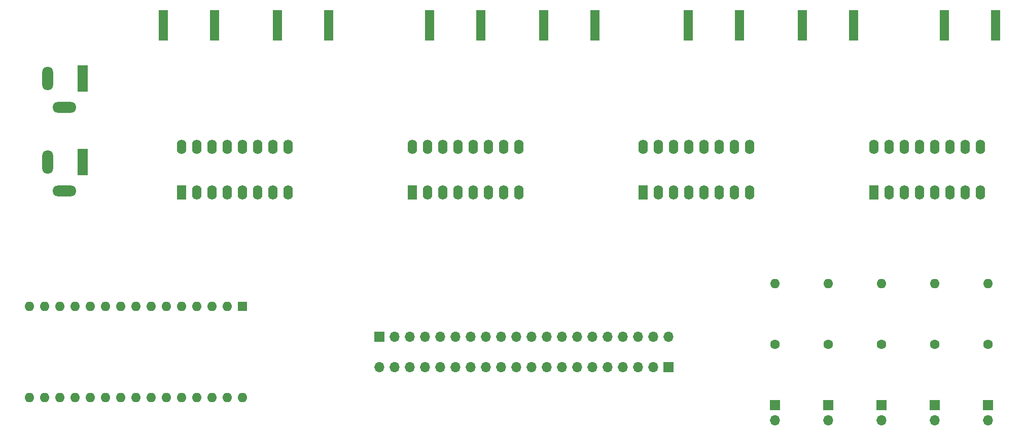
<source format=gbr>
%TF.GenerationSoftware,KiCad,Pcbnew,(5.1.9)-1*%
%TF.CreationDate,2021-03-04T15:37:01+01:00*%
%TF.ProjectId,Motherboard,4d6f7468-6572-4626-9f61-72642e6b6963,rev?*%
%TF.SameCoordinates,Original*%
%TF.FileFunction,Soldermask,Top*%
%TF.FilePolarity,Negative*%
%FSLAX46Y46*%
G04 Gerber Fmt 4.6, Leading zero omitted, Abs format (unit mm)*
G04 Created by KiCad (PCBNEW (5.1.9)-1) date 2021-03-04 15:37:01*
%MOMM*%
%LPD*%
G01*
G04 APERTURE LIST*
%ADD10O,1.700000X1.700000*%
%ADD11R,1.700000X1.700000*%
%ADD12R,1.500000X5.080000*%
%ADD13O,1.600000X1.600000*%
%ADD14C,1.600000*%
%ADD15O,1.600000X2.400000*%
%ADD16R,1.600000X2.400000*%
%ADD17R,1.600000X1.600000*%
%ADD18R,1.800000X4.400000*%
%ADD19O,1.800000X4.000000*%
%ADD20O,4.000000X1.800000*%
G04 APERTURE END LIST*
D10*
%TO.C,J16*%
X135890000Y-106680000D03*
X138430000Y-106680000D03*
X140970000Y-106680000D03*
X143510000Y-106680000D03*
X146050000Y-106680000D03*
X148590000Y-106680000D03*
X151130000Y-106680000D03*
X153670000Y-106680000D03*
X156210000Y-106680000D03*
X158750000Y-106680000D03*
X161290000Y-106680000D03*
X163830000Y-106680000D03*
X166370000Y-106680000D03*
X168910000Y-106680000D03*
X171450000Y-106680000D03*
X173990000Y-106680000D03*
X176530000Y-106680000D03*
X179070000Y-106680000D03*
X181610000Y-106680000D03*
D11*
X184150000Y-106680000D03*
%TD*%
D10*
%TO.C,J5*%
X184150000Y-101600000D03*
X181610000Y-101600000D03*
X179070000Y-101600000D03*
X176530000Y-101600000D03*
X173990000Y-101600000D03*
X171450000Y-101600000D03*
X168910000Y-101600000D03*
X166370000Y-101600000D03*
X163830000Y-101600000D03*
X161290000Y-101600000D03*
X158750000Y-101600000D03*
X156210000Y-101600000D03*
X153670000Y-101600000D03*
X151130000Y-101600000D03*
X148590000Y-101600000D03*
X146050000Y-101600000D03*
X143510000Y-101600000D03*
X140970000Y-101600000D03*
X138430000Y-101600000D03*
D11*
X135890000Y-101600000D03*
%TD*%
D12*
%TO.C,J7*%
X152840000Y-49530000D03*
X144340000Y-49530000D03*
%TD*%
D13*
%TO.C,R3*%
X201930000Y-92710000D03*
D14*
X201930000Y-102870000D03*
%TD*%
D13*
%TO.C,R2*%
X237490000Y-92710000D03*
D14*
X237490000Y-102870000D03*
%TD*%
D15*
%TO.C,U4*%
X218440000Y-69850000D03*
X236220000Y-77470000D03*
X220980000Y-69850000D03*
X233680000Y-77470000D03*
X223520000Y-69850000D03*
X231140000Y-77470000D03*
X226060000Y-69850000D03*
X228600000Y-77470000D03*
X228600000Y-69850000D03*
X226060000Y-77470000D03*
X231140000Y-69850000D03*
X223520000Y-77470000D03*
X233680000Y-69850000D03*
X220980000Y-77470000D03*
X236220000Y-69850000D03*
D16*
X218440000Y-77470000D03*
%TD*%
D15*
%TO.C,U3*%
X179916666Y-69850000D03*
X197696666Y-77470000D03*
X182456666Y-69850000D03*
X195156666Y-77470000D03*
X184996666Y-69850000D03*
X192616666Y-77470000D03*
X187536666Y-69850000D03*
X190076666Y-77470000D03*
X190076666Y-69850000D03*
X187536666Y-77470000D03*
X192616666Y-69850000D03*
X184996666Y-77470000D03*
X195156666Y-69850000D03*
X182456666Y-77470000D03*
X197696666Y-69850000D03*
D16*
X179916666Y-77470000D03*
%TD*%
D14*
%TO.C,R4*%
X210820000Y-102870000D03*
D13*
X210820000Y-92710000D03*
%TD*%
D14*
%TO.C,R5*%
X219710000Y-102870000D03*
D13*
X219710000Y-92710000D03*
%TD*%
D15*
%TO.C,U2*%
X141393333Y-69850000D03*
X159173333Y-77470000D03*
X143933333Y-69850000D03*
X156633333Y-77470000D03*
X146473333Y-69850000D03*
X154093333Y-77470000D03*
X149013333Y-69850000D03*
X151553333Y-77470000D03*
X151553333Y-69850000D03*
X149013333Y-77470000D03*
X154093333Y-69850000D03*
X146473333Y-77470000D03*
X156633333Y-69850000D03*
X143933333Y-77470000D03*
X159173333Y-69850000D03*
D16*
X141393333Y-77470000D03*
%TD*%
D15*
%TO.C,U1*%
X102870000Y-69850000D03*
X120650000Y-77470000D03*
X105410000Y-69850000D03*
X118110000Y-77470000D03*
X107950000Y-69850000D03*
X115570000Y-77470000D03*
X110490000Y-69850000D03*
X113030000Y-77470000D03*
X113030000Y-69850000D03*
X110490000Y-77470000D03*
X115570000Y-69850000D03*
X107950000Y-77470000D03*
X118110000Y-69850000D03*
X105410000Y-77470000D03*
X120650000Y-69850000D03*
D16*
X102870000Y-77470000D03*
%TD*%
D13*
%TO.C,TB1*%
X77470000Y-111760000D03*
X77470000Y-96520000D03*
X113030000Y-111760000D03*
X80010000Y-96520000D03*
X110490000Y-111760000D03*
X82550000Y-96520000D03*
X107950000Y-111760000D03*
X85090000Y-96520000D03*
X105410000Y-111760000D03*
X87630000Y-96520000D03*
X102870000Y-111760000D03*
X90170000Y-96520000D03*
X100330000Y-111760000D03*
X92710000Y-96520000D03*
X97790000Y-111760000D03*
X95250000Y-96520000D03*
X95250000Y-111760000D03*
X97790000Y-96520000D03*
X92710000Y-111760000D03*
X100330000Y-96520000D03*
X90170000Y-111760000D03*
X102870000Y-96520000D03*
X87630000Y-111760000D03*
X105410000Y-96520000D03*
X85090000Y-111760000D03*
X107950000Y-96520000D03*
X82550000Y-111760000D03*
X110490000Y-96520000D03*
X80010000Y-111760000D03*
D17*
X113030000Y-96520000D03*
%TD*%
D13*
%TO.C,R1*%
X228600000Y-92710000D03*
D14*
X228600000Y-102870000D03*
%TD*%
D10*
%TO.C,J15*%
X219710000Y-115570000D03*
D11*
X219710000Y-113030000D03*
%TD*%
D10*
%TO.C,J14*%
X210820000Y-115570000D03*
D11*
X210820000Y-113030000D03*
%TD*%
D10*
%TO.C,J13*%
X201930000Y-115570000D03*
D11*
X201930000Y-113030000D03*
%TD*%
D10*
%TO.C,J12*%
X237490000Y-115570000D03*
D11*
X237490000Y-113030000D03*
%TD*%
D12*
%TO.C,J11*%
X215070000Y-49530000D03*
X206570000Y-49530000D03*
%TD*%
%TO.C,J10*%
X171890000Y-49530000D03*
X163390000Y-49530000D03*
%TD*%
D10*
%TO.C,J9*%
X228600000Y-115570000D03*
D11*
X228600000Y-113030000D03*
%TD*%
D12*
%TO.C,J8*%
X196020000Y-49530000D03*
X187520000Y-49530000D03*
%TD*%
D18*
%TO.C,J6*%
X86360000Y-72390000D03*
D19*
X80560000Y-72390000D03*
D20*
X83360000Y-77190000D03*
%TD*%
D12*
%TO.C,J4*%
X127440000Y-49530000D03*
X118940000Y-49530000D03*
%TD*%
D18*
%TO.C,J3*%
X86360000Y-58420000D03*
D19*
X80560000Y-58420000D03*
D20*
X83360000Y-63220000D03*
%TD*%
D12*
%TO.C,J2*%
X238760000Y-49530000D03*
X230260000Y-49530000D03*
%TD*%
%TO.C,J1*%
X108390000Y-49530000D03*
X99890000Y-49530000D03*
%TD*%
M02*

</source>
